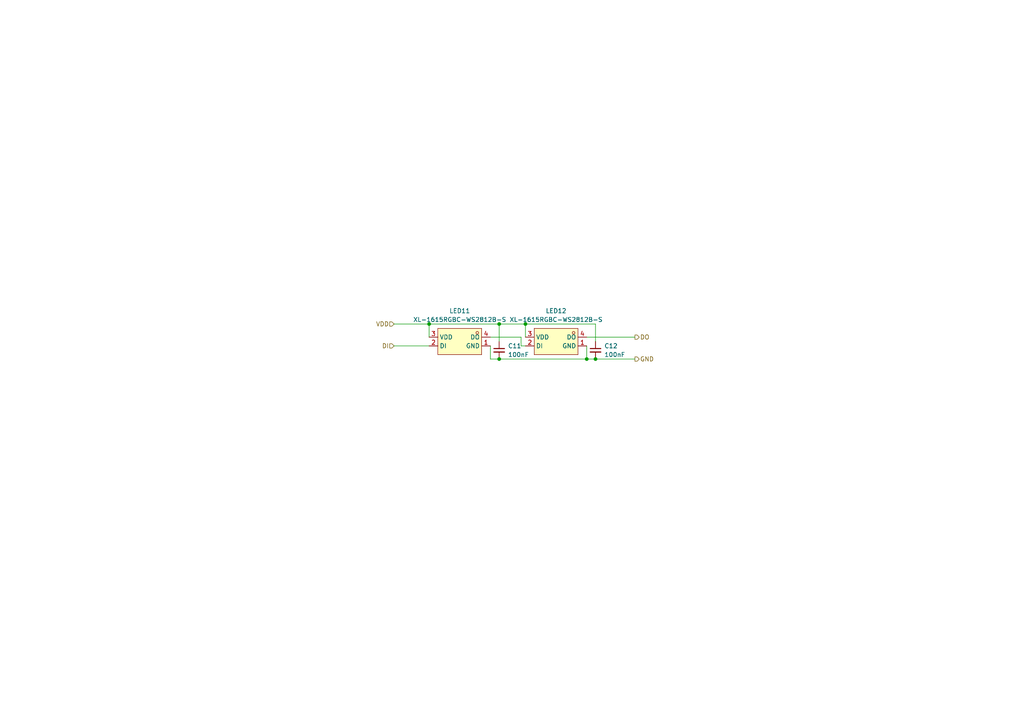
<source format=kicad_sch>
(kicad_sch (version 20250114) (generator "eeschema") (generator_version "9.0")
  (paper "A4")
  (lib_symbols
    (symbol "Device:C_Small" (pin_numbers (hide yes)) (pin_names (offset 0.254) (hide yes))
      (property "Reference" "C" (at 0.254 1.778 0))
      (property "Value" "C_Small" (at 0.254 -2.032 0))
      (symbol "C_Small_0_1"
        (polyline (pts (xy -1.524 0.508) (xy 1.524 0.508)) (stroke (width 0.3048)))
        (polyline (pts (xy -1.524 -0.508) (xy 1.524 -0.508)) (stroke (width 0.3302)))
      )
      (symbol "C_Small_1_1"
        (pin passive line (at 0 2.54 270) (length 2.032) (name "~") (number "1"))
        (pin passive line (at 0 -2.54 90) (length 2.032) (name "~") (number "2"))
      )
    )
    (symbol "project_lib:XL-1615RGBC-WS2812B-S"
      (property "Reference" "LED" (at 0 6.35 0))
      (property "Value" "XL-1615RGBC-WS2812B-S" (at 0 -6.35 0))
      (symbol "XL-1615RGBC-WS2812B-S_0_1"
        (rectangle (start -6.35 3.81) (end 6.35 -3.81) (fill (type background)))
        (circle (center -5.08 2.54) (radius 0.38))
      )
      (symbol "XL-1615RGBC-WS2812B-S_1_1"
        (pin output line (at -8.89 1.27 0) (length 2.54) (name "DO") (number "4"))
        (pin bidirectional line (at -8.89 -1.27 0) (length 2.54) (name "GND") (number "1"))
        (pin input line (at 8.89 1.27 180) (length 2.54) (name "VDD") (number "3"))
        (pin input line (at 8.89 -1.27 180) (length 2.54) (name "DI") (number "2"))
      )
    )
  )
  (junction (at 172.72 104.14))
  (junction (at 144.78 104.14))
  (junction (at 124.46 93.98))
  (junction (at 144.78 93.98))
  (junction (at 152.4 93.98))
  (junction (at 170.18 104.14))
  (wire (pts (xy 114.3 93.98) (xy 124.46 93.98)))
  (wire (pts (xy 170.18 100.33) (xy 170.18 104.14)))
  (wire (pts (xy 142.24 100.33) (xy 142.24 104.14)))
  (wire (pts (xy 172.72 99.06) (xy 172.72 93.98)))
  (wire (pts (xy 144.78 104.14) (xy 170.18 104.14)))
  (wire (pts (xy 124.46 93.98) (xy 144.78 93.98)))
  (wire (pts (xy 184.15 104.14) (xy 172.72 104.14)))
  (wire (pts (xy 144.78 93.98) (xy 152.4 93.98)))
  (wire (pts (xy 152.4 93.98) (xy 172.72 93.98)))
  (wire (pts (xy 170.18 97.79) (xy 184.15 97.79)))
  (wire (pts (xy 151.13 97.79) (xy 151.13 100.33)))
  (wire (pts (xy 124.46 93.98) (xy 124.46 97.79)))
  (wire (pts (xy 170.18 104.14) (xy 172.72 104.14)))
  (wire (pts (xy 142.24 97.79) (xy 151.13 97.79)))
  (wire (pts (xy 114.3 100.33) (xy 124.46 100.33)))
  (wire (pts (xy 152.4 93.98) (xy 152.4 97.79)))
  (wire (pts (xy 151.13 100.33) (xy 152.4 100.33)))
  (wire (pts (xy 142.24 104.14) (xy 144.78 104.14)))
  (wire (pts (xy 144.78 99.06) (xy 144.78 93.98)))
  (hierarchical_label "DI" (shape input) (at 114.3 100.33 180))
  (hierarchical_label "VDD" (shape input) (at 114.3 93.98 180))
  (hierarchical_label "GND" (shape output) (at 184.15 104.14 0))
  (hierarchical_label "DO" (shape output) (at 184.15 97.79 0))
  (symbol (lib_id "Device:C_Small") (at 172.72 101.6 0) (unit 1)
    (property "Reference" "C2" (at 175.26 100.3363 0) (effects (justify left)))
    (property "Value" "100nF" (at 175.26 102.8763 0) (effects (justify left)))
    (property "Footprint" "Capacitor_SMD:C_0402_1005Metric_Pad0.74x0.62mm_HandSolder" (effects (hide yes)))
    (property "Description" "Unpolarized capacitor, small symbol" (effects (hide yes)))
    (instances (project "Clock_Unit" (path "" (reference "C12") (unit 1)) (path "" (reference "C6") (unit 1)) (path "" (reference "C4") (unit 1)) (path "" (reference "C42") (unit 1)) (path "" (reference "C40") (unit 1)) (path "" (reference "C2") (unit 1)) (path "" (reference "C46") (unit 1)) (path "" (reference "C18") (unit 1)) (path "" (reference "C10") (unit 1)) (path "" (reference "C44") (unit 1)) (path "" (reference "C14") (unit 1)) (path "" (reference "C32") (unit 1)) (path "" (reference "C38") (unit 1)) (path "" (reference "C16") (unit 1)) (path "" (reference "C20") (unit 1)) (path "" (reference "C48") (unit 1)) (path "" (reference "C22") (unit 1)) (path "" (reference "C28") (unit 1)) (path "" (reference "C34") (unit 1)) (path "" (reference "C8") (unit 1)) (path "" (reference "C26") (unit 1)) (path "" (reference "C30") (unit 1)) (path "" (reference "C36") (unit 1)) (path "" (reference "C24") (unit 1))))
  )
  (symbol (lib_id "project_lib:XL-1615RGBC-WS2812B-S") (at 133.35 99.06 0) (mirror y) (unit 1)
    (property "Reference" "LED1" (at 133.35 90.17 0))
    (property "Value" "XL-1615RGBC-WS2812B-S" (at 133.35 92.71 0))
    (property "Footprint" "Project_Library:LED-SMD_4P-L1.6-W1.5_XL-1615RGBC-WS2812B-S" (effects (hide yes)))
    (property "LCSC Part" "C41413180" (effects (hide yes)))
    (instances (project "Clock_Unit" (path "" (reference "LED11") (unit 1)) (path "" (reference "LED5") (unit 1)) (path "" (reference "LED3") (unit 1)) (path "" (reference "LED41") (unit 1)) (path "" (reference "LED39") (unit 1)) (path "" (reference "LED1") (unit 1)) (path "" (reference "LED45") (unit 1)) (path "" (reference "LED17") (unit 1)) (path "" (reference "LED9") (unit 1)) (path "" (reference "LED43") (unit 1)) (path "" (reference "LED13") (unit 1)) (path "" (reference "LED31") (unit 1)) (path "" (reference "LED37") (unit 1)) (path "" (reference "LED15") (unit 1)) (path "" (reference "LED19") (unit 1)) (path "" (reference "LED47") (unit 1)) (path "" (reference "LED21") (unit 1)) (path "" (reference "LED27") (unit 1)) (path "" (reference "LED33") (unit 1)) (path "" (reference "LED7") (unit 1)) (path "" (reference "LED25") (unit 1)) (path "" (reference "LED29") (unit 1)) (path "" (reference "LED35") (unit 1)) (path "" (reference "LED23") (unit 1))))
  )
  (symbol (lib_id "Device:C_Small") (at 144.78 101.6 0) (unit 1)
    (property "Reference" "C1" (at 147.32 100.3363 0) (effects (justify left)))
    (property "Value" "100nF" (at 147.32 102.8763 0) (effects (justify left)))
    (property "Footprint" "Capacitor_SMD:C_0402_1005Metric_Pad0.74x0.62mm_HandSolder" (effects (hide yes)))
    (property "Description" "Unpolarized capacitor, small symbol" (effects (hide yes)))
    (instances (project "Clock_Unit" (path "" (reference "C11") (unit 1)) (path "" (reference "C5") (unit 1)) (path "" (reference "C3") (unit 1)) (path "" (reference "C41") (unit 1)) (path "" (reference "C39") (unit 1)) (path "" (reference "C1") (unit 1)) (path "" (reference "C45") (unit 1)) (path "" (reference "C17") (unit 1)) (path "" (reference "C9") (unit 1)) (path "" (reference "C43") (unit 1)) (path "" (reference "C13") (unit 1)) (path "" (reference "C31") (unit 1)) (path "" (reference "C37") (unit 1)) (path "" (reference "C15") (unit 1)) (path "" (reference "C19") (unit 1)) (path "" (reference "C47") (unit 1)) (path "" (reference "C21") (unit 1)) (path "" (reference "C27") (unit 1)) (path "" (reference "C33") (unit 1)) (path "" (reference "C7") (unit 1)) (path "" (reference "C25") (unit 1)) (path "" (reference "C29") (unit 1)) (path "" (reference "C35") (unit 1)) (path "" (reference "C23") (unit 1))))
  )
  (symbol (lib_id "project_lib:XL-1615RGBC-WS2812B-S") (at 161.29 99.06 0) (mirror y) (unit 1)
    (property "Reference" "LED2" (at 161.29 90.17 0))
    (property "Value" "XL-1615RGBC-WS2812B-S" (at 161.29 92.71 0))
    (property "Footprint" "Project_Library:LED-SMD_4P-L1.6-W1.5_XL-1615RGBC-WS2812B-S" (effects (hide yes)))
    (property "LCSC Part" "C41413180" (effects (hide yes)))
    (instances (project "Clock_Unit" (path "" (reference "LED12") (unit 1)) (path "" (reference "LED6") (unit 1)) (path "" (reference "LED4") (unit 1)) (path "" (reference "LED42") (unit 1)) (path "" (reference "LED40") (unit 1)) (path "" (reference "LED2") (unit 1)) (path "" (reference "LED46") (unit 1)) (path "" (reference "LED18") (unit 1)) (path "" (reference "LED10") (unit 1)) (path "" (reference "LED44") (unit 1)) (path "" (reference "LED14") (unit 1)) (path "" (reference "LED32") (unit 1)) (path "" (reference "LED38") (unit 1)) (path "" (reference "LED16") (unit 1)) (path "" (reference "LED20") (unit 1)) (path "" (reference "LED48") (unit 1)) (path "" (reference "LED22") (unit 1)) (path "" (reference "LED28") (unit 1)) (path "" (reference "LED34") (unit 1)) (path "" (reference "LED8") (unit 1)) (path "" (reference "LED26") (unit 1)) (path "" (reference "LED30") (unit 1)) (path "" (reference "LED36") (unit 1)) (path "" (reference "LED24") (unit 1))))
  )
)
</source>
